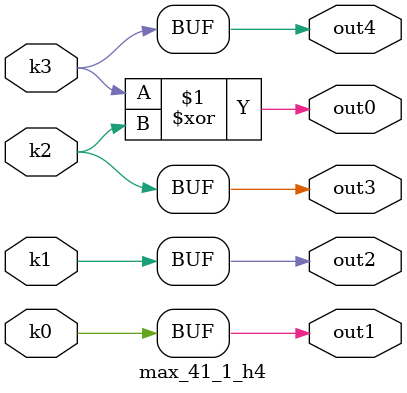
<source format=v>
module max_41_1(pi00, pi01, pi02, pi03, pi04, pi05, pi06, pi07, pi08, pi09, pi10, po0, po1, po2, po3, po4);
input pi00, pi01, pi02, pi03, pi04, pi05, pi06, pi07, pi08, pi09, pi10;
output po0, po1, po2, po3, po4;
wire k0, k1, k2, k3;
max_41_1_w4 DUT1 (pi00, pi01, pi02, pi03, pi04, pi05, pi06, pi07, pi08, pi09, pi10, k0, k1, k2, k3);
max_41_1_h4 DUT2 (k0, k1, k2, k3, po0, po1, po2, po3, po4);
endmodule

module max_41_1_w4(in10, in9, in8, in7, in6, in5, in4, in3, in2, in1, in0, k3, k2, k1, k0);
input in10, in9, in8, in7, in6, in5, in4, in3, in2, in1, in0;
output k3, k2, k1, k0;
assign k0 =   in5 ? in2 : in9;
assign k1 =   in5 ? in0 : in7;
assign k2 =   ((in7 & ~in0) | (in9 & ~in2) | (in10 & ~in3) | (~in8 & ~in1)) & ((in10 & ~in3) | ((in9 | (~in2 & (in7 | ~in0))) & (in7 | ~in0 | ~in2))) & (in10 | ~in3) & (in6 | ~in4);
assign k3 =   in5;
endmodule

module max_41_1_h4(k3, k2, k1, k0, out4, out3, out2, out1, out0);
input k3, k2, k1, k0;
output out4, out3, out2, out1, out0;
assign out0 = k3 ^ k2;
assign out1 = k0;
assign out2 = k1;
assign out3 = k2;
assign out4 = k3;
endmodule

</source>
